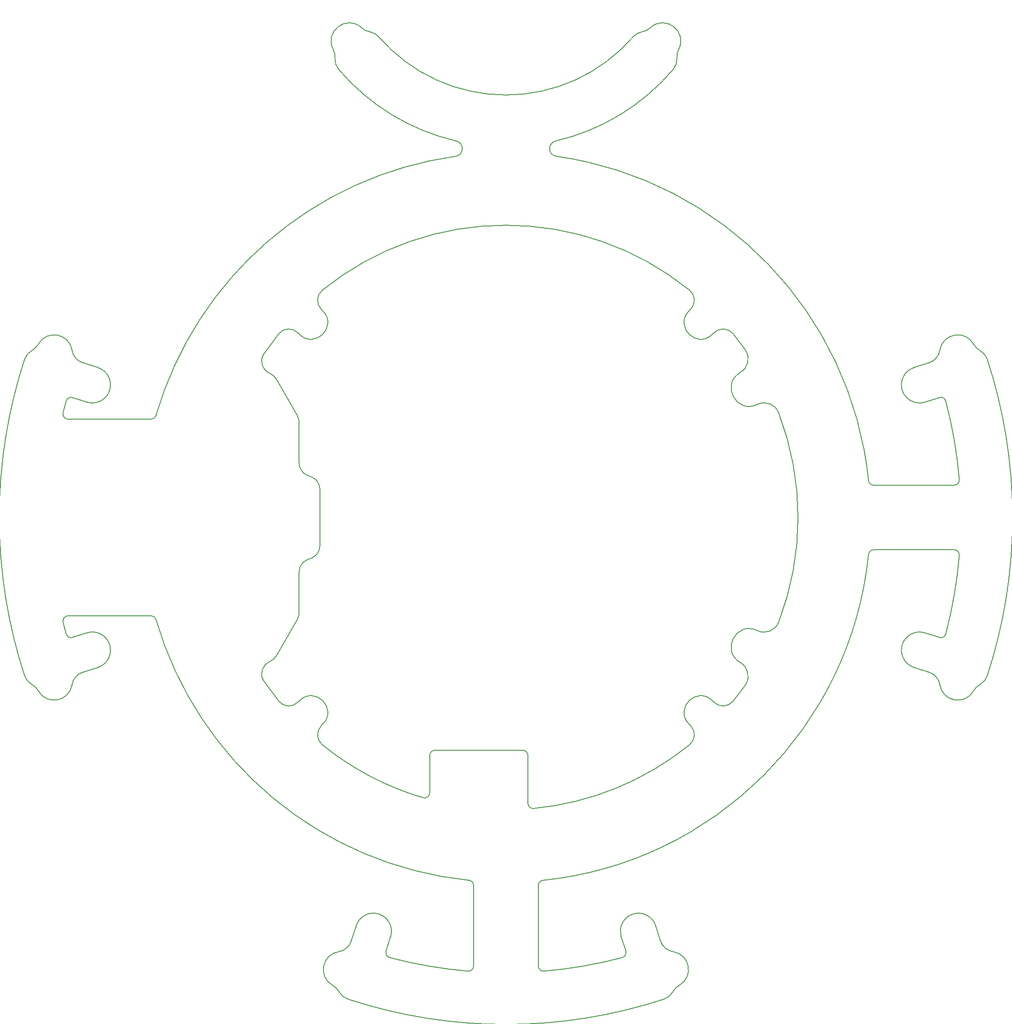
<source format=gbr>
%TF.GenerationSoftware,KiCad,Pcbnew,8.0.1*%
%TF.CreationDate,2025-01-30T23:09:45+09:00*%
%TF.ProjectId,Line-003-20241222,4c696e65-2d30-4303-932d-323032343132,rev?*%
%TF.SameCoordinates,Original*%
%TF.FileFunction,Profile,NP*%
%FSLAX46Y46*%
G04 Gerber Fmt 4.6, Leading zero omitted, Abs format (unit mm)*
G04 Created by KiCad (PCBNEW 8.0.1) date 2025-01-30 23:09:45*
%MOMM*%
%LPD*%
G01*
G04 APERTURE LIST*
%TA.AperFunction,Profile*%
%ADD10C,0.200000*%
%TD*%
G04 APERTURE END LIST*
D10*
X-45774232Y27924479D02*
G75*
G02*
X-44288408Y26576297I-1298867J-2924325D01*
G01*
X6250002Y-71131479D02*
G75*
G02*
X7148603Y-70136636I999998J-1D01*
G01*
X83930385Y32328708D02*
G75*
G02*
X90456264Y33498066I3461035J-520838D01*
G01*
X-7148599Y-70136633D02*
G75*
G02*
X-6249999Y-71131479I-101400J-994846D01*
G01*
X45339152Y-28040201D02*
G75*
G02*
X48620957Y-21860789I1734098J3040211D01*
G01*
X32366794Y86627991D02*
G75*
G02*
X9605475Y72771126I-32366788J27543429D01*
G01*
X-44288407Y-26576296D02*
X-40324348Y-19573026D01*
X52748367Y-20244995D02*
G75*
G02*
X48620960Y-21860783I-2800797J1074955D01*
G01*
X-33498060Y-90456255D02*
G75*
G02*
X-32301712Y-91667800I-1448640J-2626914D01*
G01*
X85078063Y22488298D02*
G75*
G02*
X87693914Y7333334I-85078088J-22488302D01*
G01*
X78923608Y-28970922D02*
G75*
G02*
X81060100Y-22304940I1068242J3332992D01*
G01*
X-35707705Y40233192D02*
G75*
G02*
X-35511232Y43945447I1767760J1767767D01*
G01*
X-78923604Y28970925D02*
X-81879424Y29918286D01*
X24569336Y92897082D02*
G75*
G02*
X-24569332Y92897082I-24569334J21274343D01*
G01*
X-45774232Y27924481D02*
G75*
G02*
X-46831575Y31607805I1014855J2284750D01*
G01*
X86697392Y-6249999D02*
G75*
G02*
X87693923Y-7333333I8J-1000001D01*
G01*
X27919059Y94666345D02*
G75*
G02*
X26351871Y93893773I-2052559J2187855D01*
G01*
X-39951530Y-35426050D02*
G75*
G02*
X-35426049Y-39951531I2262740J-2262741D01*
G01*
X87693914Y-7333332D02*
G75*
G02*
X85078063Y-22488296I-87693939J7333338D01*
G01*
X-40324348Y19573028D02*
X-44288407Y26576298D01*
X91667803Y32301715D02*
G75*
G02*
X90456270Y33498069I1415497J2645085D01*
G01*
X-37538460Y7807693D02*
X-38461536Y8192309D01*
X-90456253Y33498063D02*
G75*
G02*
X-83930382Y32328708I3064842J-1690186D01*
G01*
X-83806050Y23185033D02*
X-81060098Y22304937D01*
X-30593154Y-93102409D02*
G75*
G02*
X-32301711Y-91667800I936562J2850118D01*
G01*
X27919060Y94666343D02*
G75*
G02*
X33408308Y90478672I2394690J-2552533D01*
G01*
X35426052Y-39951532D02*
X35707709Y-40233190D01*
X-9605471Y72771124D02*
G75*
G02*
X-9737311Y69824315I-339021J-1461186D01*
G01*
X78923608Y-28970923D02*
X81879428Y-29918284D01*
X40233193Y-35707706D02*
X39951535Y-35426049D01*
X90456258Y-33498061D02*
G75*
G02*
X91667798Y-32301702I2627042J-1448739D01*
G01*
X9737315Y69824313D02*
G75*
G02*
X70136636Y7148602I-9737313J-69824312D01*
G01*
X39951534Y35426052D02*
G75*
G02*
X35426053Y39951533I-2262740J2262741D01*
G01*
X22304939Y-81060099D02*
G75*
G02*
X28970923Y-78923606I3332991J1068249D01*
G01*
X-40324348Y19573028D02*
G75*
G02*
X-39999998Y18341546I-2175331J-1231398D01*
G01*
X71131482Y6250001D02*
G75*
G02*
X70136655Y7148604I18J999999D01*
G01*
X24569337Y92897081D02*
G75*
G02*
X26351869Y93893781I2267963J-1963781D01*
G01*
X-40233189Y-35707706D02*
G75*
G02*
X-43945444Y-35511233I-1767767J1767760D01*
G01*
X-43945444Y-35511233D02*
X-46831576Y-31607804D01*
X-43945444Y35511235D02*
G75*
G02*
X-40233189Y35707708I1944489J-1571299D01*
G01*
X90456257Y-33498061D02*
G75*
G02*
X83930367Y-32328709I-3064857J1690161D01*
G01*
X-35999998Y-5499999D02*
G75*
G02*
X-37538460Y-7807691I-2499996J-2D01*
G01*
X-14749998Y-46000000D02*
G75*
G02*
X-13749998Y-45000000I999999J1D01*
G01*
X-22488295Y-85078060D02*
G75*
G02*
X-23185030Y-83806051I255551J966797D01*
G01*
X22488299Y-85078060D02*
G75*
G02*
X7333335Y-87693911I-22488302J85078088D01*
G01*
X-83930381Y-32328706D02*
G75*
G02*
X-90456253Y-33498061I-3461027J520817D01*
G01*
X-23185030Y-83806051D02*
X-22304934Y-81060099D01*
X-46831576Y-31607804D02*
G75*
G02*
X-45774232Y-27924478I2072123J1398597D01*
G01*
X-33498060Y-90456254D02*
G75*
G02*
X-32328705Y-83930383I1690186J3064842D01*
G01*
X48620955Y21860799D02*
G75*
G02*
X52748366Y20245012I1326615J-2690739D01*
G01*
X-81060098Y-22304935D02*
X-83806050Y-23185031D01*
X33071439Y88824677D02*
G75*
G02*
X32366795Y86627990I-2989359J-252447D01*
G01*
X-91667799Y-32301711D02*
G75*
G02*
X-93102408Y-30593155I1415494J2645106D01*
G01*
X-44288408Y-26576296D02*
G75*
G02*
X-45774232Y-27924477I-2784936J1576415D01*
G01*
X-39999998Y-10499999D02*
G75*
G02*
X-38461536Y-8192307I2499996J2D01*
G01*
X-7148599Y-70136633D02*
G75*
G02*
X-67685747Y-19720279I7148599J70136633D01*
G01*
X-68645828Y-18999999D02*
G75*
G02*
X-67685747Y-19720279I54J-999927D01*
G01*
X81060102Y22304937D02*
X83806054Y23185033D01*
X-85643162Y-20229884D02*
G75*
G02*
X-84669945Y-19000000I973199J229899D01*
G01*
X30593158Y-93102409D02*
G75*
G02*
X-30593154Y-93102409I-30593156J93102404D01*
G01*
X46311818Y-32364574D02*
X43945448Y-35511233D01*
X22304938Y-81060099D02*
X23185034Y-83806051D01*
X-29918284Y-81879425D02*
G75*
G02*
X-32328705Y-83930382I-2856872J915665D01*
G01*
X35707709Y40233192D02*
X35426052Y39951534D01*
X93102411Y-30593155D02*
G75*
G02*
X91667803Y-32301713I-2850111J936555D01*
G01*
X83806054Y23185033D02*
G75*
G02*
X85078069Y22488300I305246J-952233D01*
G01*
X-81060098Y-22304935D02*
G75*
G02*
X-78923604Y-28970923I1068251J-3332993D01*
G01*
X-16033782Y-54177187D02*
G75*
G02*
X-35511232Y-43945445I16033782J54177187D01*
G01*
X86697392Y6250001D02*
X71131482Y6250001D01*
X-40233189Y35707708D02*
X-39951531Y35426051D01*
X-35426048Y39951534D02*
X-35707705Y40233192D01*
X-46831576Y31607806D02*
X-43945444Y35511235D01*
X-67685748Y19720281D02*
G75*
G02*
X-68645828Y19000002I-960112J279762D01*
G01*
X-78923604Y28970925D02*
G75*
G02*
X-81060098Y22304937I-1068245J-3332995D01*
G01*
X81879428Y29918286D02*
X78923608Y28970925D01*
X32328709Y-83930383D02*
G75*
G02*
X33498062Y-90456252I-520829J-3461027D01*
G01*
X32301714Y-91667800D02*
G75*
G02*
X30593158Y-93102410I-2645114J1415500D01*
G01*
X35511236Y43945447D02*
G75*
G02*
X35707707Y40233194I-1571296J-1944487D01*
G01*
X-39999998Y-18341544D02*
X-39999998Y-10499999D01*
X71131482Y-6249999D02*
X86697392Y-6249999D01*
X29918287Y-81879425D02*
X28970926Y-78923605D01*
X-39999998Y-18341544D02*
G75*
G02*
X-40324348Y-19573026I-2500342J90D01*
G01*
X81060102Y22304938D02*
G75*
G02*
X78923608Y28970925I-1068252J3332992D01*
G01*
X-9605471Y72771126D02*
G75*
G02*
X-32366790Y86627991I9605469J41400294D01*
G01*
X-6249998Y-71131479D02*
X-6249998Y-86697389D01*
X7333335Y-87693911D02*
G75*
G02*
X6250011Y-86697389I-83335J996511D01*
G01*
X40233194Y35707707D02*
G75*
G02*
X43945448Y35511235I1767766J-1767767D01*
G01*
X93102411Y30593157D02*
G75*
G02*
X93102412Y-30593155I-93102411J-30593157D01*
G01*
X-35511231Y43945446D02*
G75*
G02*
X35511235Y43945446I35511233J-43945444D01*
G01*
X-83930380Y-32328706D02*
G75*
G02*
X-81879424Y-29918285I2966521J-446366D01*
G01*
X23185033Y-83806051D02*
G75*
G02*
X22488301Y-85078067I-952283J-305219D01*
G01*
X-85078059Y-22488296D02*
X-85643163Y-20229884D01*
X-39951531Y-35426049D02*
X-40233189Y-35707706D01*
X70136636Y-7148600D02*
G75*
G02*
X71131482Y-6249982I994864J-101400D01*
G01*
X-38461536Y8192309D02*
G75*
G02*
X-39999998Y10500001I961541J2307695D01*
G01*
X43945448Y35511235D02*
X46311810Y32364588D01*
X35707709Y-40233190D02*
G75*
G02*
X35511239Y-43945448I-1767769J-1767770D01*
G01*
X-7333331Y-87693910D02*
G75*
G02*
X-22488295Y-85078060I7333331J87693910D01*
G01*
X-39999998Y10500001D02*
X-39999998Y18341546D01*
X-83806050Y-23185031D02*
G75*
G02*
X-85078059Y-22488296I-305250J952217D01*
G01*
X32328709Y-83930381D02*
G75*
G02*
X29918268Y-81879431I446391J2966581D01*
G01*
X-38461536Y-8192307D02*
X-37538460Y-7807691D01*
X6250002Y-86697389D02*
X6250002Y-71131479D01*
X-67685746Y19720281D02*
G75*
G02*
X-9737311Y69824313I67685748J-19720281D01*
G01*
X-84669945Y-18999999D02*
X-68645828Y-18999999D01*
X35426053Y-39951531D02*
G75*
G02*
X39951534Y-35426050I2262741J2262740D01*
G01*
X33071439Y88824677D02*
G75*
G02*
X33408326Y90478662I2989361J252423D01*
G01*
X-6249998Y-86697389D02*
G75*
G02*
X-7333331Y-87693910I-999984J-17D01*
G01*
X35511236Y-43945445D02*
G75*
G02*
X5344597Y-56246647I-35511236J43945445D01*
G01*
X3250002Y-45000000D02*
G75*
G02*
X4250000Y-46000000I-2J-1000000D01*
G01*
X-93102408Y30593157D02*
G75*
G02*
X-91667799Y32301714I2850118J-936562D01*
G01*
X-93102408Y-30593155D02*
G75*
G02*
X-93102408Y30593157I93102404J30593156D01*
G01*
X-32366790Y86627991D02*
G75*
G02*
X-33071435Y88824677I2284742J1944251D01*
G01*
X-68645828Y19000001D02*
X-84669945Y19000001D01*
X3250002Y-45000000D02*
X-13749998Y-45000000D01*
X-28970922Y-78923605D02*
G75*
G02*
X-22304934Y-81060099I3332995J-1068245D01*
G01*
X81879428Y-29918284D02*
G75*
G02*
X83930365Y-32328709I-915628J-2856816D01*
G01*
X-84669945Y19000001D02*
G75*
G02*
X-85643163Y20229886I76J1000060D01*
G01*
X-26351868Y93893765D02*
G75*
G02*
X-24569333Y92897081I-485485J-2960617D01*
G01*
X83806054Y-23185031D02*
X81060102Y-22304935D01*
X46311810Y32364588D02*
G75*
G02*
X45339147Y28040212I-2459030J-1718478D01*
G01*
X4250002Y-55251130D02*
X4250002Y-46000000D01*
X-91667799Y-32301713D02*
G75*
G02*
X-90456254Y-33498061I-1415599J-2645221D01*
G01*
X45339152Y-28040202D02*
G75*
G02*
X46311821Y-32364576I-1486352J-2605898D01*
G01*
X-33408311Y90478668D02*
G75*
G02*
X-33071435Y88824677I-2652356J-1401520D01*
G01*
X70136636Y-7148600D02*
G75*
G02*
X7148603Y-70136633I-70136633J7148600D01*
G01*
X-85643163Y20229886D02*
X-85078059Y22488298D01*
X-26351868Y93893766D02*
G75*
G02*
X-27919055Y94666345I485342J2960343D01*
G01*
X32301715Y-91667800D02*
G75*
G02*
X33498071Y-90456268I2645085J-1415500D01*
G01*
X91667803Y32301714D02*
G75*
G02*
X93102412Y30593157I-1415503J-2645114D01*
G01*
X-85078059Y22488298D02*
G75*
G02*
X-83806050Y23185033I966772J-255505D01*
G01*
X-14749998Y-53218299D02*
G75*
G02*
X-16033782Y-54177189I-1000001J0D01*
G01*
X9737315Y69824314D02*
G75*
G02*
X9605474Y72771129I207175J1485626D01*
G01*
X39951535Y35426051D02*
X40233193Y35707708D01*
X43945448Y-35511233D02*
G75*
G02*
X40233193Y-35707706I-1944488J1571293D01*
G01*
X-35426049Y39951533D02*
G75*
G02*
X-39951530Y35426052I-2262741J-2262740D01*
G01*
X-35999998Y-5499999D02*
X-35999998Y5500001D01*
X83930385Y32328708D02*
G75*
G02*
X81879435Y29918265I-2966585J446392D01*
G01*
X-33408311Y90478668D02*
G75*
G02*
X-27919056Y94666344I3094568J1635132D01*
G01*
X87693914Y7333334D02*
G75*
G02*
X86697392Y6250008I-996514J-83334D01*
G01*
X5344597Y-56246646D02*
G75*
G02*
X4249970Y-55251130I-94597J995546D01*
G01*
X-35707705Y-40233190D02*
X-35426048Y-39951532D01*
X48620955Y21860800D02*
G75*
G02*
X45339145Y28040216I-1547715J3139200D01*
G01*
X-28970922Y-78923605D02*
X-29918283Y-81879425D01*
X-35511232Y-43945445D02*
G75*
G02*
X-35707705Y-40233190I1571299J1944489D01*
G01*
X-81879424Y-29918284D02*
X-78923604Y-28970923D01*
X-37538460Y7807693D02*
G75*
G02*
X-35999998Y5500001I-961541J-2307695D01*
G01*
X85078063Y-22488296D02*
G75*
G02*
X83806077Y-23184960I-966763J255596D01*
G01*
X-90456254Y33498063D02*
G75*
G02*
X-91667799Y32301715I-2626914J1448640D01*
G01*
X52748363Y20245011D02*
G75*
G02*
X52748369Y-20244995I-52748363J-20245011D01*
G01*
X-81879424Y29918287D02*
G75*
G02*
X-83930381Y32328708I915665J2856872D01*
G01*
X-14749998Y-46000000D02*
X-14749998Y-53218299D01*
M02*

</source>
